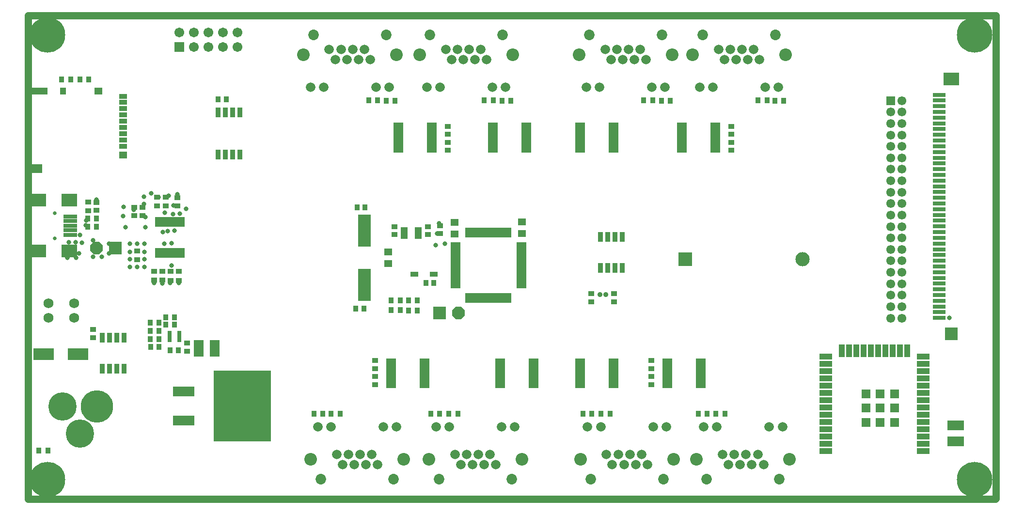
<source format=gts>
G04*
G04 #@! TF.GenerationSoftware,Altium Limited,Altium Designer,18.1.7 (191)*
G04*
G04 Layer_Color=8388736*
%FSLAX25Y25*%
%MOIN*%
G70*
G01*
G75*
%ADD17C,0.05000*%
%ADD55R,0.06607X0.02572*%
%ADD56R,0.04343X0.03800*%
%ADD57R,0.03800X0.04343*%
%ADD58R,0.03556X0.03950*%
%ADD59R,0.04737X0.07887*%
%ADD60R,0.05800X0.04800*%
%ADD61R,0.02513X0.06808*%
%ADD62R,0.11800X0.07099*%
%ADD63R,0.03359X0.06804*%
%ADD64R,0.08280X0.05918*%
%ADD65R,0.11824X0.04737*%
%ADD66R,0.03950X0.04737*%
%ADD67R,0.05524X0.04737*%
%ADD68R,0.05524X0.03556*%
%ADD69R,0.03800X0.04300*%
%ADD70R,0.08674X0.22453*%
%ADD71R,0.08674X0.03162*%
%ADD72R,0.10642X0.08674*%
%ADD73R,0.08674X0.08674*%
%ADD74R,0.06036X0.06036*%
%ADD75R,0.08674X0.04343*%
%ADD76R,0.04343X0.08674*%
%ADD77R,0.05524X0.03753*%
%ADD78R,0.01981X0.06607*%
%ADD79R,0.06607X0.01981*%
%ADD80R,0.05721X0.04737*%
%ADD81P,0.09389X8X22.5*%
%ADD82R,0.02670X0.01981*%
%ADD83R,0.07099X0.11800*%
%ADD84R,0.14186X0.07887*%
%ADD85R,0.03359X0.06902*%
%ADD86R,0.03359X0.06706*%
%ADD87R,0.04300X0.03800*%
%ADD88R,0.39186X0.48831*%
%ADD89R,0.03950X0.03556*%
%ADD90R,0.14580X0.07099*%
%ADD91R,0.09658X0.02769*%
%ADD92C,0.06556*%
%ADD93C,0.08674*%
%ADD94C,0.07296*%
%ADD95C,0.06706*%
%ADD96R,0.06706X0.06706*%
%ADD97R,0.09776X0.09776*%
%ADD98C,0.09776*%
%ADD99C,0.06800*%
%ADD100C,0.06115*%
%ADD101R,0.06115X0.06115*%
%ADD102C,0.24422*%
%ADD103C,0.19461*%
%ADD104C,0.22296*%
%ADD105C,0.03556*%
%ADD106C,0.02572*%
%ADD107C,0.03200*%
D17*
X394Y-333071D02*
X665748D01*
X666142Y-332677D01*
Y-394D01*
X394D02*
X666142D01*
X394Y-333071D02*
Y-394D01*
D55*
X380000Y-237520D02*
D03*
Y-240079D02*
D03*
Y-242638D02*
D03*
Y-245197D02*
D03*
Y-247756D02*
D03*
Y-250315D02*
D03*
Y-252874D02*
D03*
Y-255433D02*
D03*
X403134D02*
D03*
Y-252874D02*
D03*
Y-250315D02*
D03*
Y-247756D02*
D03*
Y-245197D02*
D03*
Y-242638D02*
D03*
Y-240079D02*
D03*
Y-237520D02*
D03*
X320000Y-75433D02*
D03*
Y-77992D02*
D03*
Y-80551D02*
D03*
Y-83110D02*
D03*
Y-85669D02*
D03*
Y-88228D02*
D03*
Y-90787D02*
D03*
Y-93347D02*
D03*
X343134D02*
D03*
Y-90787D02*
D03*
Y-88228D02*
D03*
Y-85669D02*
D03*
Y-83110D02*
D03*
Y-80551D02*
D03*
Y-77992D02*
D03*
Y-75433D02*
D03*
X348134Y-237520D02*
D03*
Y-240079D02*
D03*
Y-242638D02*
D03*
Y-245197D02*
D03*
Y-247756D02*
D03*
Y-250315D02*
D03*
Y-252874D02*
D03*
Y-255433D02*
D03*
X325000D02*
D03*
Y-252874D02*
D03*
Y-250315D02*
D03*
Y-247756D02*
D03*
Y-245197D02*
D03*
Y-242638D02*
D03*
Y-240079D02*
D03*
Y-237520D02*
D03*
X463134D02*
D03*
Y-240079D02*
D03*
Y-242638D02*
D03*
Y-245197D02*
D03*
Y-247756D02*
D03*
Y-250315D02*
D03*
Y-252874D02*
D03*
Y-255433D02*
D03*
X440000D02*
D03*
Y-252874D02*
D03*
Y-250315D02*
D03*
Y-247756D02*
D03*
Y-245197D02*
D03*
Y-242638D02*
D03*
Y-240079D02*
D03*
Y-237520D02*
D03*
X255000Y-93347D02*
D03*
Y-90787D02*
D03*
Y-88228D02*
D03*
Y-85669D02*
D03*
Y-83110D02*
D03*
Y-80551D02*
D03*
Y-77992D02*
D03*
Y-75433D02*
D03*
X278134D02*
D03*
Y-77992D02*
D03*
Y-80551D02*
D03*
Y-83110D02*
D03*
Y-85669D02*
D03*
Y-88228D02*
D03*
Y-90787D02*
D03*
Y-93347D02*
D03*
X450000D02*
D03*
Y-90787D02*
D03*
Y-88228D02*
D03*
Y-85669D02*
D03*
Y-83110D02*
D03*
Y-80551D02*
D03*
Y-77992D02*
D03*
Y-75433D02*
D03*
X473134D02*
D03*
Y-77992D02*
D03*
Y-80551D02*
D03*
Y-83110D02*
D03*
Y-85669D02*
D03*
Y-88228D02*
D03*
Y-90787D02*
D03*
Y-93347D02*
D03*
X273134Y-237520D02*
D03*
Y-240079D02*
D03*
Y-242638D02*
D03*
Y-245197D02*
D03*
Y-247756D02*
D03*
Y-250315D02*
D03*
Y-252874D02*
D03*
Y-255433D02*
D03*
X250000D02*
D03*
Y-252874D02*
D03*
Y-250315D02*
D03*
Y-247756D02*
D03*
Y-245197D02*
D03*
Y-242638D02*
D03*
Y-240079D02*
D03*
Y-237520D02*
D03*
X403134Y-75433D02*
D03*
Y-77992D02*
D03*
Y-80551D02*
D03*
Y-83110D02*
D03*
Y-85669D02*
D03*
Y-88228D02*
D03*
Y-90787D02*
D03*
Y-93347D02*
D03*
X380000D02*
D03*
Y-90787D02*
D03*
Y-88228D02*
D03*
Y-85669D02*
D03*
Y-83110D02*
D03*
Y-80551D02*
D03*
Y-77992D02*
D03*
Y-75433D02*
D03*
D56*
X429095Y-254350D02*
D03*
Y-248839D02*
D03*
Y-243327D02*
D03*
Y-237815D02*
D03*
X252500Y-151082D02*
D03*
Y-145571D02*
D03*
X275500Y-151082D02*
D03*
Y-145571D02*
D03*
X45000Y-221933D02*
D03*
Y-216421D02*
D03*
X289039Y-93051D02*
D03*
Y-87539D02*
D03*
X484039Y-82028D02*
D03*
Y-76516D02*
D03*
X239094Y-248839D02*
D03*
Y-254350D02*
D03*
X289039Y-82028D02*
D03*
Y-76516D02*
D03*
X484039Y-93051D02*
D03*
Y-87539D02*
D03*
X239094Y-237815D02*
D03*
Y-243327D02*
D03*
X283700Y-150445D02*
D03*
Y-144933D02*
D03*
X109867Y-225778D02*
D03*
Y-231290D02*
D03*
X403445Y-197291D02*
D03*
Y-191779D02*
D03*
X387697D02*
D03*
Y-197291D02*
D03*
X73579Y-137906D02*
D03*
Y-132394D02*
D03*
X103079Y-125693D02*
D03*
Y-131205D02*
D03*
X47579Y-128937D02*
D03*
Y-134449D02*
D03*
X79079Y-132449D02*
D03*
Y-137961D02*
D03*
D57*
X131244Y-57933D02*
D03*
X136756D02*
D03*
X232200Y-132433D02*
D03*
X226688D02*
D03*
X231456Y-201933D02*
D03*
X225944D02*
D03*
X279609Y-184508D02*
D03*
X274098D02*
D03*
X90343Y-228408D02*
D03*
X84831D02*
D03*
X103663Y-230790D02*
D03*
X98151D02*
D03*
D58*
X29650Y-44433D02*
D03*
X23350D02*
D03*
X473350Y-274242D02*
D03*
X479650D02*
D03*
X7850Y-299705D02*
D03*
X14150D02*
D03*
X208850Y-274242D02*
D03*
X215150D02*
D03*
X400650D02*
D03*
X394350D02*
D03*
X296150D02*
D03*
X289850D02*
D03*
X423882Y-58841D02*
D03*
X430181D02*
D03*
X502437D02*
D03*
X508736D02*
D03*
X234646D02*
D03*
X240945D02*
D03*
X314146D02*
D03*
X320445D02*
D03*
X250082Y-196319D02*
D03*
X256381D02*
D03*
X250082Y-203012D02*
D03*
X256381D02*
D03*
D59*
X268921Y-149933D02*
D03*
X259079D02*
D03*
D60*
X248000Y-162933D02*
D03*
Y-170933D02*
D03*
D61*
X89135Y-142320D02*
D03*
X91631D02*
D03*
X94135D02*
D03*
X96631D02*
D03*
X99135D02*
D03*
X101631D02*
D03*
X104135D02*
D03*
X106631D02*
D03*
Y-163674D02*
D03*
X104135D02*
D03*
X101631D02*
D03*
X99135D02*
D03*
X94135D02*
D03*
X91631D02*
D03*
X96631D02*
D03*
X89135D02*
D03*
D62*
X638500Y-282421D02*
D03*
Y-293445D02*
D03*
D63*
X51500Y-222079D02*
D03*
X56500D02*
D03*
X61500D02*
D03*
X66500D02*
D03*
Y-243433D02*
D03*
X61500D02*
D03*
X56500D02*
D03*
X51500D02*
D03*
D64*
X6224Y-105583D02*
D03*
D65*
X8000Y-52433D02*
D03*
D66*
X24339D02*
D03*
D67*
X48744D02*
D03*
X65673Y-96331D02*
D03*
D68*
Y-56173D02*
D03*
Y-59913D02*
D03*
Y-64244D02*
D03*
Y-68575D02*
D03*
Y-72905D02*
D03*
Y-77236D02*
D03*
Y-81567D02*
D03*
Y-85898D02*
D03*
Y-90228D02*
D03*
D69*
X42000Y-44433D02*
D03*
X36000D02*
D03*
X203000Y-274433D02*
D03*
X197000D02*
D03*
X277500D02*
D03*
X283500D02*
D03*
X467500D02*
D03*
X461500D02*
D03*
X388000D02*
D03*
X382000D02*
D03*
X436031Y-59031D02*
D03*
X442031D02*
D03*
X514087D02*
D03*
X520087D02*
D03*
X246795D02*
D03*
X252795D02*
D03*
X326295D02*
D03*
X332295D02*
D03*
X262042Y-196510D02*
D03*
X268042D02*
D03*
X262042Y-203203D02*
D03*
X268042D02*
D03*
X84587Y-217360D02*
D03*
X90587D02*
D03*
X84587Y-222871D02*
D03*
X90587D02*
D03*
X101163Y-207900D02*
D03*
X95163D02*
D03*
X84617Y-211770D02*
D03*
X90617D02*
D03*
X101163Y-213018D02*
D03*
X95163D02*
D03*
X47421Y-145572D02*
D03*
X41421D02*
D03*
X47421Y-140106D02*
D03*
X41421D02*
D03*
D70*
X231700Y-185634D02*
D03*
Y-148232D02*
D03*
D71*
X627000Y-54890D02*
D03*
Y-58827D02*
D03*
Y-62764D02*
D03*
Y-66701D02*
D03*
Y-70638D02*
D03*
Y-74575D02*
D03*
Y-78512D02*
D03*
Y-82449D02*
D03*
Y-86386D02*
D03*
Y-90323D02*
D03*
Y-94260D02*
D03*
Y-98197D02*
D03*
Y-102134D02*
D03*
Y-106071D02*
D03*
Y-110008D02*
D03*
Y-113945D02*
D03*
Y-117882D02*
D03*
Y-121819D02*
D03*
Y-125756D02*
D03*
Y-129693D02*
D03*
Y-133630D02*
D03*
Y-137567D02*
D03*
Y-141504D02*
D03*
Y-145441D02*
D03*
Y-149378D02*
D03*
Y-153315D02*
D03*
Y-157252D02*
D03*
Y-161189D02*
D03*
Y-165126D02*
D03*
Y-169063D02*
D03*
Y-173000D02*
D03*
Y-176937D02*
D03*
Y-180874D02*
D03*
Y-184811D02*
D03*
Y-188748D02*
D03*
Y-192685D02*
D03*
Y-196622D02*
D03*
Y-200559D02*
D03*
Y-204496D02*
D03*
Y-208433D02*
D03*
D72*
X635465Y-43866D02*
D03*
X28839Y-127433D02*
D03*
Y-162472D02*
D03*
X7500Y-127433D02*
D03*
Y-162472D02*
D03*
D73*
X635465Y-219457D02*
D03*
X283508Y-204933D02*
D03*
X60500Y-160433D02*
D03*
D74*
X576630Y-260563D02*
D03*
Y-270406D02*
D03*
Y-280248D02*
D03*
X586472D02*
D03*
Y-270406D02*
D03*
Y-260563D02*
D03*
X596315D02*
D03*
Y-270406D02*
D03*
Y-280248D02*
D03*
D75*
X549071Y-299933D02*
D03*
Y-294933D02*
D03*
Y-289933D02*
D03*
Y-284933D02*
D03*
Y-279933D02*
D03*
Y-274933D02*
D03*
Y-269933D02*
D03*
Y-264933D02*
D03*
Y-259933D02*
D03*
Y-254933D02*
D03*
Y-249933D02*
D03*
Y-244933D02*
D03*
Y-239933D02*
D03*
Y-234933D02*
D03*
X616000D02*
D03*
Y-239933D02*
D03*
Y-244933D02*
D03*
Y-249933D02*
D03*
Y-254933D02*
D03*
Y-259933D02*
D03*
Y-264933D02*
D03*
Y-269933D02*
D03*
Y-274933D02*
D03*
Y-279933D02*
D03*
Y-284933D02*
D03*
Y-289933D02*
D03*
Y-294933D02*
D03*
Y-299933D02*
D03*
D76*
X560035Y-230996D02*
D03*
X565035D02*
D03*
X570035D02*
D03*
X575035D02*
D03*
X580035D02*
D03*
X585035D02*
D03*
X590035D02*
D03*
X595035D02*
D03*
X600035D02*
D03*
X605035D02*
D03*
D77*
X279609Y-178209D02*
D03*
X266224D02*
D03*
D78*
X302271Y-149579D02*
D03*
X304239D02*
D03*
X306208D02*
D03*
X308176D02*
D03*
X310145D02*
D03*
X312113D02*
D03*
X314082D02*
D03*
X316050D02*
D03*
X318019D02*
D03*
X319987D02*
D03*
X321956D02*
D03*
X323924D02*
D03*
X325893D02*
D03*
X327861D02*
D03*
X329830D02*
D03*
X331798D02*
D03*
Y-194760D02*
D03*
X329830D02*
D03*
X327861D02*
D03*
X325893D02*
D03*
X323924D02*
D03*
X321956D02*
D03*
X319987D02*
D03*
X318019D02*
D03*
X316050D02*
D03*
X314082D02*
D03*
X312113D02*
D03*
X310145D02*
D03*
X308176D02*
D03*
X306208D02*
D03*
X304239D02*
D03*
X302271D02*
D03*
D79*
X339625Y-157405D02*
D03*
Y-159374D02*
D03*
Y-161343D02*
D03*
Y-163311D02*
D03*
Y-165279D02*
D03*
Y-167248D02*
D03*
Y-169217D02*
D03*
Y-171185D02*
D03*
Y-173153D02*
D03*
Y-175122D02*
D03*
Y-177091D02*
D03*
Y-179059D02*
D03*
Y-181028D02*
D03*
Y-182996D02*
D03*
Y-184965D02*
D03*
Y-186933D02*
D03*
X294444D02*
D03*
Y-184965D02*
D03*
Y-182996D02*
D03*
Y-181028D02*
D03*
Y-179059D02*
D03*
Y-177091D02*
D03*
Y-175122D02*
D03*
Y-173153D02*
D03*
Y-171185D02*
D03*
Y-169217D02*
D03*
Y-167248D02*
D03*
Y-165279D02*
D03*
Y-163311D02*
D03*
Y-161343D02*
D03*
Y-159374D02*
D03*
Y-157405D02*
D03*
D80*
X293783Y-142776D02*
D03*
Y-150650D02*
D03*
X340239Y-142382D02*
D03*
Y-150256D02*
D03*
D81*
X296500Y-204933D02*
D03*
X47508Y-160433D02*
D03*
D82*
X97909Y-224155D02*
D03*
Y-222187D02*
D03*
Y-220218D02*
D03*
Y-218250D02*
D03*
X104507D02*
D03*
Y-220218D02*
D03*
Y-222187D02*
D03*
Y-224155D02*
D03*
D83*
X128771Y-229330D02*
D03*
X117747D02*
D03*
D84*
X11189Y-233433D02*
D03*
X34811D02*
D03*
D85*
X131000Y-66965D02*
D03*
X136000D02*
D03*
X141000D02*
D03*
X146000D02*
D03*
Y-95902D02*
D03*
X141000D02*
D03*
X136000D02*
D03*
X131000D02*
D03*
D86*
X393988Y-152677D02*
D03*
X398988D02*
D03*
X403988D02*
D03*
X408988D02*
D03*
Y-173937D02*
D03*
X403988D02*
D03*
X398988D02*
D03*
X393988D02*
D03*
D87*
X87079Y-176449D02*
D03*
X92745D02*
D03*
X75500Y-168433D02*
D03*
X92745Y-182449D02*
D03*
X75500Y-162433D02*
D03*
X87079Y-182449D02*
D03*
X41835Y-128743D02*
D03*
Y-134743D02*
D03*
X95079Y-131449D02*
D03*
Y-125449D02*
D03*
X89079D02*
D03*
Y-131449D02*
D03*
D88*
X147837Y-268921D02*
D03*
D89*
X98396Y-182598D02*
D03*
Y-176299D02*
D03*
X104079Y-182598D02*
D03*
Y-176299D02*
D03*
D90*
X107384Y-258921D02*
D03*
Y-278921D02*
D03*
D91*
X29331Y-138654D02*
D03*
Y-141803D02*
D03*
Y-144953D02*
D03*
Y-148102D02*
D03*
Y-151252D02*
D03*
D92*
X475445Y-23720D02*
D03*
X479461Y-30728D02*
D03*
X483476Y-23720D02*
D03*
X487492Y-30728D02*
D03*
X491508Y-23720D02*
D03*
X495524Y-30728D02*
D03*
X499539Y-23720D02*
D03*
X503555Y-30728D02*
D03*
X462453Y-49744D02*
D03*
X471468D02*
D03*
X507531D02*
D03*
X516547D02*
D03*
X207618Y-23720D02*
D03*
X211634Y-30728D02*
D03*
X215650Y-23720D02*
D03*
X219665Y-30728D02*
D03*
X223681Y-23720D02*
D03*
X227697Y-30728D02*
D03*
X231713Y-23720D02*
D03*
X235728Y-30728D02*
D03*
X194626Y-49744D02*
D03*
X203642D02*
D03*
X239705D02*
D03*
X248721D02*
D03*
X328799D02*
D03*
X319783D02*
D03*
X283720D02*
D03*
X274705D02*
D03*
X315807Y-30728D02*
D03*
X311791Y-23720D02*
D03*
X307776Y-30728D02*
D03*
X303760Y-23720D02*
D03*
X299744Y-30728D02*
D03*
X295728Y-23720D02*
D03*
X291713Y-30728D02*
D03*
X287697Y-23720D02*
D03*
X397445D02*
D03*
X401461Y-30728D02*
D03*
X405476Y-23720D02*
D03*
X409492Y-30728D02*
D03*
X413508Y-23720D02*
D03*
X417524Y-30728D02*
D03*
X421539Y-23720D02*
D03*
X425555Y-30728D02*
D03*
X384453Y-49744D02*
D03*
X393468D02*
D03*
X429531D02*
D03*
X438547D02*
D03*
X199784Y-283327D02*
D03*
X208799D02*
D03*
X244862D02*
D03*
X253878D02*
D03*
X212776Y-302343D02*
D03*
X216791Y-309350D02*
D03*
X220807Y-302343D02*
D03*
X224823Y-309350D02*
D03*
X228839Y-302343D02*
D03*
X232854Y-309350D02*
D03*
X236870Y-302343D02*
D03*
X240886Y-309350D02*
D03*
X322146D02*
D03*
X318130Y-302343D02*
D03*
X314114Y-309350D02*
D03*
X310098Y-302343D02*
D03*
X306083Y-309350D02*
D03*
X302067Y-302343D02*
D03*
X298051Y-309350D02*
D03*
X294035Y-302343D02*
D03*
X335138Y-283327D02*
D03*
X326122D02*
D03*
X290059D02*
D03*
X281043D02*
D03*
X506306Y-309350D02*
D03*
X502290Y-302343D02*
D03*
X498274Y-309350D02*
D03*
X494258Y-302343D02*
D03*
X490243Y-309350D02*
D03*
X486227Y-302343D02*
D03*
X482211Y-309350D02*
D03*
X478195Y-302343D02*
D03*
X519298Y-283327D02*
D03*
X510282D02*
D03*
X474219D02*
D03*
X465203D02*
D03*
X426383Y-309350D02*
D03*
X422368Y-302343D02*
D03*
X418352Y-309350D02*
D03*
X414336Y-302343D02*
D03*
X410321Y-309350D02*
D03*
X406305Y-302343D02*
D03*
X402289Y-309350D02*
D03*
X398273Y-302343D02*
D03*
X439376Y-283327D02*
D03*
X430360D02*
D03*
X394297D02*
D03*
X385281D02*
D03*
D93*
X521508Y-27224D02*
D03*
X457492D02*
D03*
X253681D02*
D03*
X189665D02*
D03*
X269744D02*
D03*
X333760D02*
D03*
X443508D02*
D03*
X379492D02*
D03*
X258839Y-305847D02*
D03*
X194823D02*
D03*
X276083D02*
D03*
X340098D02*
D03*
X460243D02*
D03*
X524258D02*
D03*
X380321D02*
D03*
X444336D02*
D03*
D94*
X514500Y-13721D02*
D03*
X464500D02*
D03*
X246673D02*
D03*
X196673D02*
D03*
X276752D02*
D03*
X326752D02*
D03*
X436500D02*
D03*
X386500D02*
D03*
X251831Y-319350D02*
D03*
X201831D02*
D03*
X283091D02*
D03*
X333091D02*
D03*
X467250D02*
D03*
X517250D02*
D03*
X387328D02*
D03*
X437328D02*
D03*
D95*
X144500Y-11933D02*
D03*
Y-21933D02*
D03*
X134500Y-11933D02*
D03*
Y-21933D02*
D03*
X124500Y-11933D02*
D03*
Y-21933D02*
D03*
X114500Y-11933D02*
D03*
Y-21933D02*
D03*
X104500Y-11933D02*
D03*
D96*
Y-21933D02*
D03*
D97*
X452500Y-167933D02*
D03*
D98*
X533169D02*
D03*
D99*
X14500Y-208433D02*
D03*
Y-198433D02*
D03*
X32000Y-208433D02*
D03*
Y-198433D02*
D03*
D100*
X601500Y-208539D02*
D03*
X593626D02*
D03*
X601500Y-200665D02*
D03*
X593626D02*
D03*
X601500Y-192791D02*
D03*
X593626D02*
D03*
X601500Y-184917D02*
D03*
X593626D02*
D03*
X601500Y-177043D02*
D03*
X593626D02*
D03*
X601500Y-169169D02*
D03*
X593626D02*
D03*
X601500Y-161295D02*
D03*
X593626D02*
D03*
X601500Y-153421D02*
D03*
X593626D02*
D03*
X601500Y-145547D02*
D03*
X593626D02*
D03*
X601500Y-137673D02*
D03*
X593626D02*
D03*
X601500Y-129799D02*
D03*
X593626D02*
D03*
X601500Y-121925D02*
D03*
X593626D02*
D03*
X601500Y-114051D02*
D03*
X593626D02*
D03*
X601500Y-106177D02*
D03*
X593626D02*
D03*
X601500Y-98303D02*
D03*
X593626D02*
D03*
X601500Y-90429D02*
D03*
X593626D02*
D03*
X601500Y-82555D02*
D03*
X593626D02*
D03*
X601500Y-74681D02*
D03*
X593626D02*
D03*
X601500Y-66807D02*
D03*
X593626D02*
D03*
X601500Y-58933D02*
D03*
D101*
X593626D02*
D03*
D102*
X651575Y-319685D02*
D03*
Y-13780D02*
D03*
X13716Y-13669D02*
D03*
X13780Y-319685D02*
D03*
D103*
X36000Y-287933D02*
D03*
X24189Y-269429D02*
D03*
D104*
X47811D02*
D03*
D105*
X393717Y-192378D02*
D03*
X397654D02*
D03*
D106*
X18799Y-136291D02*
D03*
Y-153614D02*
D03*
D107*
X47471Y-127063D02*
D03*
X634000Y-208433D02*
D03*
X287000Y-157433D02*
D03*
X280646Y-158490D02*
D03*
X281700Y-150339D02*
D03*
X85000Y-122528D02*
D03*
X33000Y-156433D02*
D03*
X28500D02*
D03*
X27500Y-166933D02*
D03*
X35500Y-163933D02*
D03*
X33500Y-166933D02*
D03*
X37375Y-156719D02*
D03*
X36036Y-151234D02*
D03*
X80500Y-167933D02*
D03*
Y-173433D02*
D03*
X75500D02*
D03*
X70500D02*
D03*
Y-167933D02*
D03*
Y-162933D02*
D03*
Y-157433D02*
D03*
X75500D02*
D03*
X80500D02*
D03*
Y-162933D02*
D03*
X56000Y-163933D02*
D03*
X56029Y-157481D02*
D03*
X51126Y-166443D02*
D03*
X45000Y-166433D02*
D03*
Y-154933D02*
D03*
X40257Y-144768D02*
D03*
X40321Y-141456D02*
D03*
X100000Y-136933D02*
D03*
X99132Y-157004D02*
D03*
X96608Y-148718D02*
D03*
X94164Y-157359D02*
D03*
X101079Y-148449D02*
D03*
X93079Y-149449D02*
D03*
X98079Y-184449D02*
D03*
X104079D02*
D03*
X87079D02*
D03*
X92934Y-184562D02*
D03*
X104942Y-136822D02*
D03*
X100550Y-131117D02*
D03*
X103079Y-123449D02*
D03*
X97079Y-124449D02*
D03*
X99079Y-172449D02*
D03*
X90011Y-125306D02*
D03*
X109079Y-133449D02*
D03*
X73079Y-133949D02*
D03*
X80079Y-129949D02*
D03*
X65931Y-138190D02*
D03*
X67579Y-145949D02*
D03*
X81079D02*
D03*
Y-138949D02*
D03*
X80079Y-124949D02*
D03*
X94579Y-135949D02*
D03*
X66079Y-131949D02*
D03*
X283200Y-143433D02*
D03*
M02*

</source>
